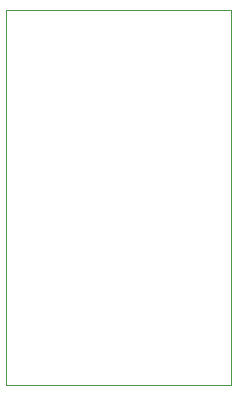
<source format=gbr>
G04 #@! TF.GenerationSoftware,KiCad,Pcbnew,(5.1.5)-3*
G04 #@! TF.CreationDate,2021-01-08T20:22:34-07:00*
G04 #@! TF.ProjectId,ROM_To_2716,524f4d5f-546f-45f3-9237-31362e6b6963,rev?*
G04 #@! TF.SameCoordinates,Original*
G04 #@! TF.FileFunction,Profile,NP*
%FSLAX46Y46*%
G04 Gerber Fmt 4.6, Leading zero omitted, Abs format (unit mm)*
G04 Created by KiCad (PCBNEW (5.1.5)-3) date 2021-01-08 20:22:34*
%MOMM*%
%LPD*%
G04 APERTURE LIST*
%ADD10C,0.002540*%
G04 APERTURE END LIST*
D10*
X38100000Y-19685000D02*
X19050000Y-19685000D01*
X38100000Y-51435000D02*
X38100000Y-19685000D01*
X19050000Y-51435000D02*
X38100000Y-51435000D01*
X19050000Y-19685000D02*
X19050000Y-51435000D01*
M02*

</source>
